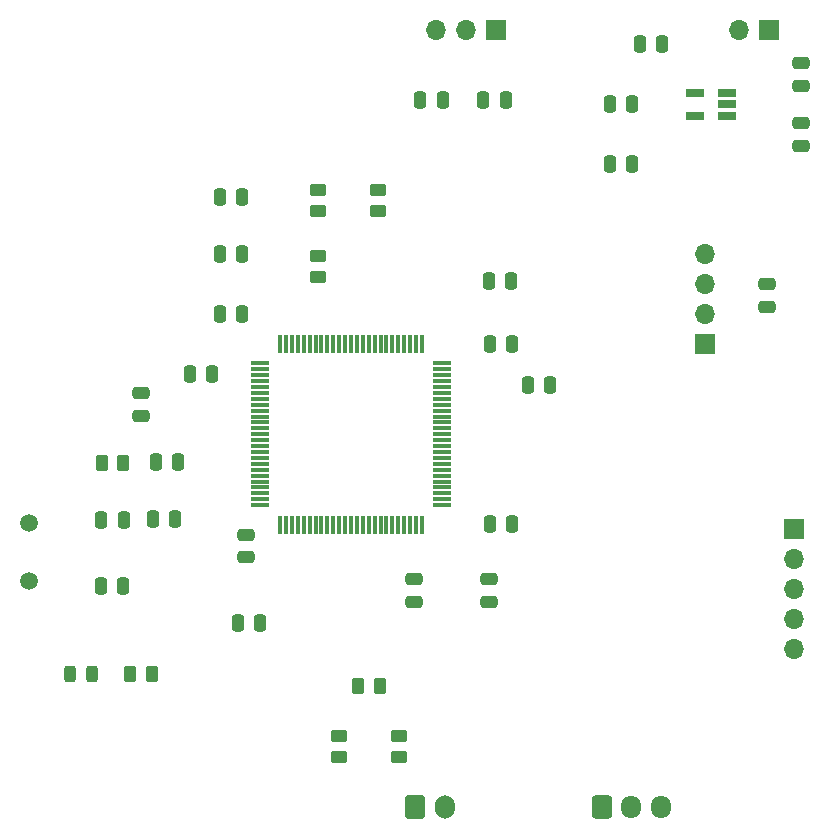
<source format=gts>
G04 #@! TF.GenerationSoftware,KiCad,Pcbnew,(6.0.1)*
G04 #@! TF.CreationDate,2022-02-12T19:29:05+02:00*
G04 #@! TF.ProjectId,enlarger_timer,656e6c61-7267-4657-925f-74696d65722e,rev?*
G04 #@! TF.SameCoordinates,Original*
G04 #@! TF.FileFunction,Soldermask,Top*
G04 #@! TF.FilePolarity,Negative*
%FSLAX46Y46*%
G04 Gerber Fmt 4.6, Leading zero omitted, Abs format (unit mm)*
G04 Created by KiCad (PCBNEW (6.0.1)) date 2022-02-12 19:29:05*
%MOMM*%
%LPD*%
G01*
G04 APERTURE LIST*
G04 Aperture macros list*
%AMRoundRect*
0 Rectangle with rounded corners*
0 $1 Rounding radius*
0 $2 $3 $4 $5 $6 $7 $8 $9 X,Y pos of 4 corners*
0 Add a 4 corners polygon primitive as box body*
4,1,4,$2,$3,$4,$5,$6,$7,$8,$9,$2,$3,0*
0 Add four circle primitives for the rounded corners*
1,1,$1+$1,$2,$3*
1,1,$1+$1,$4,$5*
1,1,$1+$1,$6,$7*
1,1,$1+$1,$8,$9*
0 Add four rect primitives between the rounded corners*
20,1,$1+$1,$2,$3,$4,$5,0*
20,1,$1+$1,$4,$5,$6,$7,0*
20,1,$1+$1,$6,$7,$8,$9,0*
20,1,$1+$1,$8,$9,$2,$3,0*%
G04 Aperture macros list end*
%ADD10R,1.700000X1.700000*%
%ADD11O,1.700000X1.700000*%
%ADD12C,1.500000*%
%ADD13RoundRect,0.075000X-0.725000X-0.075000X0.725000X-0.075000X0.725000X0.075000X-0.725000X0.075000X0*%
%ADD14RoundRect,0.075000X-0.075000X-0.725000X0.075000X-0.725000X0.075000X0.725000X-0.075000X0.725000X0*%
%ADD15RoundRect,0.250000X0.262500X0.450000X-0.262500X0.450000X-0.262500X-0.450000X0.262500X-0.450000X0*%
%ADD16RoundRect,0.250000X0.450000X-0.262500X0.450000X0.262500X-0.450000X0.262500X-0.450000X-0.262500X0*%
%ADD17RoundRect,0.250000X-0.262500X-0.450000X0.262500X-0.450000X0.262500X0.450000X-0.262500X0.450000X0*%
%ADD18RoundRect,0.250000X-0.450000X0.262500X-0.450000X-0.262500X0.450000X-0.262500X0.450000X0.262500X0*%
%ADD19RoundRect,0.250000X-0.600000X-0.750000X0.600000X-0.750000X0.600000X0.750000X-0.600000X0.750000X0*%
%ADD20O,1.700000X2.000000*%
%ADD21RoundRect,0.250000X-0.600000X-0.725000X0.600000X-0.725000X0.600000X0.725000X-0.600000X0.725000X0*%
%ADD22O,1.700000X1.950000*%
%ADD23R,1.560000X0.650000*%
%ADD24RoundRect,0.243750X0.243750X0.456250X-0.243750X0.456250X-0.243750X-0.456250X0.243750X-0.456250X0*%
%ADD25RoundRect,0.250000X-0.250000X-0.475000X0.250000X-0.475000X0.250000X0.475000X-0.250000X0.475000X0*%
%ADD26RoundRect,0.250000X0.250000X0.475000X-0.250000X0.475000X-0.250000X-0.475000X0.250000X-0.475000X0*%
%ADD27RoundRect,0.250000X-0.475000X0.250000X-0.475000X-0.250000X0.475000X-0.250000X0.475000X0.250000X0*%
%ADD28RoundRect,0.250000X0.475000X-0.250000X0.475000X0.250000X-0.475000X0.250000X-0.475000X-0.250000X0*%
G04 APERTURE END LIST*
D10*
X165049400Y-51161800D03*
D11*
X162509400Y-51161800D03*
X159969400Y-51161800D03*
D10*
X188163200Y-51161800D03*
D11*
X185623200Y-51161800D03*
D12*
X125476000Y-92964000D03*
X125476000Y-97864000D03*
D13*
X145098000Y-79427000D03*
X145098000Y-79927000D03*
X145098000Y-80427000D03*
X145098000Y-80927000D03*
X145098000Y-81427000D03*
X145098000Y-81927000D03*
X145098000Y-82427000D03*
X145098000Y-82927000D03*
X145098000Y-83427000D03*
X145098000Y-83927000D03*
X145098000Y-84427000D03*
X145098000Y-84927000D03*
X145098000Y-85427000D03*
X145098000Y-85927000D03*
X145098000Y-86427000D03*
X145098000Y-86927000D03*
X145098000Y-87427000D03*
X145098000Y-87927000D03*
X145098000Y-88427000D03*
X145098000Y-88927000D03*
X145098000Y-89427000D03*
X145098000Y-89927000D03*
X145098000Y-90427000D03*
X145098000Y-90927000D03*
X145098000Y-91427000D03*
D14*
X146773000Y-93102000D03*
X147273000Y-93102000D03*
X147773000Y-93102000D03*
X148273000Y-93102000D03*
X148773000Y-93102000D03*
X149273000Y-93102000D03*
X149773000Y-93102000D03*
X150273000Y-93102000D03*
X150773000Y-93102000D03*
X151273000Y-93102000D03*
X151773000Y-93102000D03*
X152273000Y-93102000D03*
X152773000Y-93102000D03*
X153273000Y-93102000D03*
X153773000Y-93102000D03*
X154273000Y-93102000D03*
X154773000Y-93102000D03*
X155273000Y-93102000D03*
X155773000Y-93102000D03*
X156273000Y-93102000D03*
X156773000Y-93102000D03*
X157273000Y-93102000D03*
X157773000Y-93102000D03*
X158273000Y-93102000D03*
X158773000Y-93102000D03*
D13*
X160448000Y-91427000D03*
X160448000Y-90927000D03*
X160448000Y-90427000D03*
X160448000Y-89927000D03*
X160448000Y-89427000D03*
X160448000Y-88927000D03*
X160448000Y-88427000D03*
X160448000Y-87927000D03*
X160448000Y-87427000D03*
X160448000Y-86927000D03*
X160448000Y-86427000D03*
X160448000Y-85927000D03*
X160448000Y-85427000D03*
X160448000Y-84927000D03*
X160448000Y-84427000D03*
X160448000Y-83927000D03*
X160448000Y-83427000D03*
X160448000Y-82927000D03*
X160448000Y-82427000D03*
X160448000Y-81927000D03*
X160448000Y-81427000D03*
X160448000Y-80927000D03*
X160448000Y-80427000D03*
X160448000Y-79927000D03*
X160448000Y-79427000D03*
D14*
X158773000Y-77752000D03*
X158273000Y-77752000D03*
X157773000Y-77752000D03*
X157273000Y-77752000D03*
X156773000Y-77752000D03*
X156273000Y-77752000D03*
X155773000Y-77752000D03*
X155273000Y-77752000D03*
X154773000Y-77752000D03*
X154273000Y-77752000D03*
X153773000Y-77752000D03*
X153273000Y-77752000D03*
X152773000Y-77752000D03*
X152273000Y-77752000D03*
X151773000Y-77752000D03*
X151273000Y-77752000D03*
X150773000Y-77752000D03*
X150273000Y-77752000D03*
X149773000Y-77752000D03*
X149273000Y-77752000D03*
X148773000Y-77752000D03*
X148273000Y-77752000D03*
X147773000Y-77752000D03*
X147273000Y-77752000D03*
X146773000Y-77752000D03*
D15*
X135905500Y-105747000D03*
X134080500Y-105747000D03*
D16*
X151757000Y-112755500D03*
X151757000Y-110930500D03*
X156837000Y-112755500D03*
X156837000Y-110930500D03*
D17*
X153384500Y-106763000D03*
X155209500Y-106763000D03*
D15*
X133500500Y-87884000D03*
X131675500Y-87884000D03*
D16*
X149979000Y-72115500D03*
X149979000Y-70290500D03*
D18*
X149979000Y-64702500D03*
X149979000Y-66527500D03*
X155059000Y-64702500D03*
X155059000Y-66527500D03*
D19*
X158211200Y-117000000D03*
D20*
X160711200Y-117000000D03*
D21*
X174000000Y-117000000D03*
D22*
X176500000Y-117000000D03*
X179000000Y-117000000D03*
D10*
X190303000Y-93477000D03*
D11*
X190303000Y-96017000D03*
X190303000Y-98557000D03*
X190303000Y-101097000D03*
X190303000Y-103637000D03*
D10*
X182745000Y-77807000D03*
D11*
X182745000Y-75267000D03*
X182745000Y-72727000D03*
X182745000Y-70187000D03*
D23*
X184603000Y-58437000D03*
X184603000Y-57487000D03*
X184603000Y-56537000D03*
X181903000Y-56537000D03*
X181903000Y-58437000D03*
D24*
X130850500Y-105747000D03*
X128975500Y-105747000D03*
D25*
X163962000Y-57099200D03*
X165862000Y-57099200D03*
X158628000Y-57099200D03*
X160528000Y-57099200D03*
X164457000Y-72473000D03*
X166357000Y-72473000D03*
D26*
X176583000Y-62567000D03*
X174683000Y-62567000D03*
X176583000Y-57487000D03*
X174683000Y-57487000D03*
D27*
X164457000Y-97685000D03*
X164457000Y-99585000D03*
D28*
X187960000Y-74610000D03*
X187960000Y-72710000D03*
D26*
X145105200Y-101396800D03*
X143205200Y-101396800D03*
X179123000Y-52407000D03*
X177223000Y-52407000D03*
D28*
X134993000Y-83837000D03*
X134993000Y-81937000D03*
D26*
X136003900Y-92628800D03*
X137903900Y-92628800D03*
X138157900Y-87736800D03*
X136257900Y-87736800D03*
D25*
X141663000Y-75267000D03*
X143563000Y-75267000D03*
X164523000Y-77807000D03*
X166423000Y-77807000D03*
D28*
X190873000Y-60977000D03*
X190873000Y-59077000D03*
D25*
X164523000Y-93047000D03*
X166423000Y-93047000D03*
D27*
X190873000Y-53997000D03*
X190873000Y-55897000D03*
D26*
X141023000Y-80347000D03*
X139123000Y-80347000D03*
D25*
X141663000Y-65361000D03*
X143563000Y-65361000D03*
X141663000Y-70187000D03*
X143563000Y-70187000D03*
D27*
X143891000Y-93919000D03*
X143891000Y-95819000D03*
D25*
X131572000Y-98298000D03*
X133472000Y-98298000D03*
X167721200Y-81280000D03*
X169621200Y-81280000D03*
D27*
X158107000Y-97685000D03*
X158107000Y-99585000D03*
D25*
X131638000Y-92710000D03*
X133538000Y-92710000D03*
M02*

</source>
